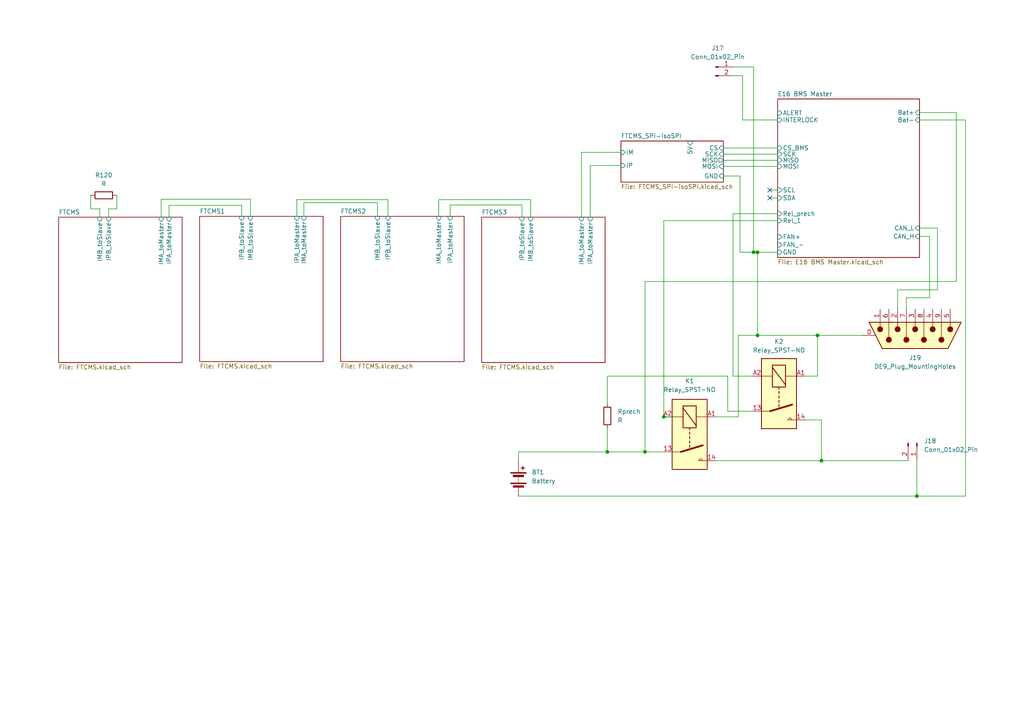
<source format=kicad_sch>
(kicad_sch (version 20230121) (generator eeschema)
  (paper "A4")
  (lib_symbols
    (symbol "Connector:Conn_01x02_Pin" (pin_names (offset 1.016) hide)
      (property "Reference" "J" (at 0 2.54 0))
      (property "Value" "Conn_01x02_Pin" (at 0 -5.08 0))
      (symbol "Conn_01x02_Pin_1_1"
        (polyline (pts (xy 1.27 -2.54) (xy 0.8636 -2.54)) (stroke (width 0.1524)))
        (polyline (pts (xy 1.27 0) (xy 0.8636 0)) (stroke (width 0.1524)))
        (rectangle (start 0.8636 -2.413) (end 0 -2.667) (stroke (width 0.1524)) (fill (type outline)))
        (rectangle (start 0.8636 0.127) (end 0 -0.127) (stroke (width 0.1524)) (fill (type outline)))
        (pin passive line (at 5.08 0 180) (length 3.81) (name "Pin_1") (number "1"))
        (pin passive line (at 5.08 -2.54 180) (length 3.81) (name "Pin_2") (number "2"))
      )
    )
    (symbol "Connector:DE9_Plug_MountingHoles" (pin_names (offset 1.016) hide)
      (property "Reference" "J" (at 0 16.51 0))
      (property "Value" "DE9_Plug_MountingHoles" (at 0 14.605 0))
      (symbol "DE9_Plug_MountingHoles_0_1"
        (circle (center -1.778 -10.16) (radius 0.762) (fill (type outline)))
        (circle (center -1.778 -5.08) (radius 0.762) (fill (type outline)))
        (circle (center -1.778 0) (radius 0.762) (fill (type outline)))
        (circle (center -1.778 5.08) (radius 0.762) (fill (type outline)))
        (circle (center -1.778 10.16) (radius 0.762) (fill (type outline)))
        (polyline (pts (xy -3.81 -10.16) (xy -2.54 -10.16)))
        (polyline (pts (xy -3.81 -7.62) (xy 0.508 -7.62)))
        (polyline (pts (xy -3.81 -5.08) (xy -2.54 -5.08)))
        (polyline (pts (xy -3.81 -2.54) (xy 0.508 -2.54)))
        (polyline (pts (xy -3.81 0) (xy -2.54 0)))
        (polyline (pts (xy -3.81 2.54) (xy 0.508 2.54)))
        (polyline (pts (xy -3.81 5.08) (xy -2.54 5.08)))
        (polyline (pts (xy -3.81 7.62) (xy 0.508 7.62)))
        (polyline (pts (xy -3.81 10.16) (xy -2.54 10.16)))
        (polyline (pts (xy -3.81 -13.335) (xy -3.81 13.335) (xy 3.81 9.525) (xy 3.81 -9.525) (xy -3.81 -13.335)) (stroke (width 0.254)) (fill (type background)))
        (circle (center 1.27 -7.62) (radius 0.762) (fill (type outline)))
        (circle (center 1.27 -2.54) (radius 0.762) (fill (type outline)))
        (circle (center 1.27 2.54) (radius 0.762) (fill (type outline)))
        (circle (center 1.27 7.62) (radius 0.762) (fill (type outline)))
      )
      (symbol "DE9_Plug_MountingHoles_1_1"
        (pin passive line (at 0 -15.24 90) (length 3.81) (name "PAD") (number "0"))
        (pin passive line (at -7.62 -10.16 0) (length 3.81) (name "1") (number "1"))
        (pin passive line (at -7.62 -5.08 0) (length 3.81) (name "2") (number "2"))
        (pin passive line (at -7.62 0 0) (length 3.81) (name "3") (number "3"))
        (pin passive line (at -7.62 5.08 0) (length 3.81) (name "4") (number "4"))
        (pin passive line (at -7.62 10.16 0) (length 3.81) (name "5") (number "5"))
        (pin passive line (at -7.62 -7.62 0) (length 3.81) (name "6") (number "6"))
        (pin passive line (at -7.62 -2.54 0) (length 3.81) (name "7") (number "7"))
        (pin passive line (at -7.62 2.54 0) (length 3.81) (name "8") (number "8"))
        (pin passive line (at -7.62 7.62 0) (length 3.81) (name "9") (number "9"))
      )
    )
    (symbol "Device:Battery" (pin_numbers hide) (pin_names (offset 0) hide)
      (property "Reference" "BT" (at 2.54 2.54 0))
      (property "Value" "Battery" (at 2.54 0 0))
      (symbol "Battery_0_1"
        (rectangle (start -2.286 -1.27) (end 2.286 -1.524) (fill (type outline)))
        (rectangle (start -2.286 1.778) (end 2.286 1.524) (fill (type outline)))
        (rectangle (start -1.524 -2.032) (end 1.524 -2.54) (fill (type outline)))
        (rectangle (start -1.524 1.016) (end 1.524 0.508) (fill (type outline)))
        (polyline (pts (xy 0 -1.016) (xy 0 -0.762)))
        (polyline (pts (xy 0 -0.508) (xy 0 -0.254)))
        (polyline (pts (xy 0 0) (xy 0 0.254)))
        (polyline (pts (xy 0 1.778) (xy 0 2.54)))
        (polyline (pts (xy 0.762 3.048) (xy 1.778 3.048)) (stroke (width 0.254)))
        (polyline (pts (xy 1.27 3.556) (xy 1.27 2.54)) (stroke (width 0.254)))
      )
      (symbol "Battery_1_1"
        (pin passive line (at 0 5.08 270) (length 2.54) (name "+") (number "1"))
        (pin passive line (at 0 -5.08 90) (length 2.54) (name "-") (number "2"))
      )
    )
    (symbol "Device:R" (pin_numbers hide) (pin_names (offset 0))
      (property "Reference" "R" (at 2.032 0 90))
      (property "Value" "R" (at 0 0 90))
      (symbol "R_0_1"
        (rectangle (start -1.016 -2.54) (end 1.016 2.54) (stroke (width 0.254)))
      )
      (symbol "R_1_1"
        (pin passive line (at 0 3.81 270) (length 1.27) (name "~") (number "1"))
        (pin passive line (at 0 -3.81 90) (length 1.27) (name "~") (number "2"))
      )
    )
    (symbol "Relay:Relay_SPST-NO"
      (property "Reference" "K" (at 11.43 3.81 0))
      (property "Value" "Relay_SPST-NO" (at 11.43 1.27 0))
      (symbol "Relay_SPST-NO_0_0"
        (polyline (pts (xy 7.62 5.08) (xy 7.62 2.54) (xy 6.985 3.175) (xy 7.62 3.81)))
      )
      (symbol "Relay_SPST-NO_0_1"
        (rectangle (start -10.16 5.08) (end 10.16 -5.08) (stroke (width 0.254)) (fill (type background)))
        (rectangle (start -8.255 1.905) (end -1.905 -1.905) (stroke (width 0.254)))
        (polyline (pts (xy -7.62 -1.905) (xy -2.54 1.905)) (stroke (width 0.254)))
        (polyline (pts (xy -5.08 -5.08) (xy -5.08 -1.905)))
        (polyline (pts (xy -5.08 5.08) (xy -5.08 1.905)))
        (polyline (pts (xy -1.905 0) (xy -1.27 0)) (stroke (width 0.254)))
        (polyline (pts (xy -0.635 0) (xy 0 0)) (stroke (width 0.254)))
        (polyline (pts (xy 0.635 0) (xy 1.27 0)) (stroke (width 0.254)))
        (polyline (pts (xy 1.905 0) (xy 2.54 0)) (stroke (width 0.254)))
        (polyline (pts (xy 3.175 0) (xy 3.81 0)) (stroke (width 0.254)))
        (polyline (pts (xy 5.08 -2.54) (xy 3.175 3.81)) (stroke (width 0.508)))
        (polyline (pts (xy 5.08 -2.54) (xy 5.08 -5.08)))
      )
      (symbol "Relay_SPST-NO_1_1"
        (pin passive line (at 5.08 -7.62 90) (length 2.54) (name "~") (number "13"))
        (pin passive line (at 7.62 7.62 270) (length 2.54) (name "~") (number "14"))
        (pin passive line (at -5.08 7.62 270) (length 2.54) (name "~") (number "A1"))
        (pin passive line (at -5.08 -7.62 90) (length 2.54) (name "~") (number "A2"))
      )
    )
  )
  (junction (at 238.252 133.604))
  (junction (at 176.149 131.064))
  (junction (at 187.071 131.064))
  (junction (at 219.71 73.152))
  (junction (at 265.938 143.891))
  (junction (at 219.71 97.282))
  (junction (at 237.109 97.282))
  (junction (at 192.532 120.904))
  (junction (at 218.567 73.152))
  (no_connect (at 223.266 57.404))
  (no_connect (at 223.266 55.118))
  (wire (pts (xy 211.074 119.253) (xy 211.074 109.093)))
  (wire (pts (xy 150.368 143.891) (xy 265.938 143.891)))
  (wire (pts (xy 214.63 73.152) (xy 218.567 73.152)))
  (wire (pts (xy 28.956 60.579) (xy 26.289 60.579)))
  (wire (pts (xy 209.804 48.26) (xy 225.552 48.26)))
  (wire (pts (xy 187.071 81.661) (xy 187.071 131.064)))
  (wire (pts (xy 150.368 133.731) (xy 150.368 131.064)))
  (wire (pts (xy 271.907 66.167) (xy 266.7 66.167)))
  (wire (pts (xy 46.736 62.992) (xy 46.736 57.785)))
  (wire (pts (xy 207.645 133.604) (xy 238.252 133.604)))
  (wire (pts (xy 214.122 97.282) (xy 219.71 97.282)))
  (wire (pts (xy 214.122 120.904) (xy 214.122 97.282)))
  (wire (pts (xy 209.804 51.054) (xy 214.63 51.054)))
  (wire (pts (xy 33.909 56.642) (xy 33.909 60.579)))
  (wire (pts (xy 265.938 133.604) (xy 265.938 143.891)))
  (wire (pts (xy 70.104 62.738) (xy 70.104 59.563)))
  (wire (pts (xy 109.474 62.738) (xy 109.474 58.801)))
  (wire (pts (xy 211.074 109.093) (xy 176.149 109.093)))
  (wire (pts (xy 269.621 68.58) (xy 269.621 86.36)))
  (wire (pts (xy 70.104 59.563) (xy 49.022 59.563)))
  (wire (pts (xy 31.496 60.579) (xy 33.909 60.579)))
  (wire (pts (xy 207.645 120.904) (xy 214.122 120.904)))
  (wire (pts (xy 250.19 97.282) (xy 237.109 97.282)))
  (wire (pts (xy 88.138 58.801) (xy 88.138 62.738)))
  (wire (pts (xy 223.266 57.404) (xy 225.552 57.404)))
  (wire (pts (xy 238.252 133.604) (xy 263.398 133.604)))
  (wire (pts (xy 277.368 32.639) (xy 277.368 81.661)))
  (wire (pts (xy 109.474 58.801) (xy 88.138 58.801)))
  (wire (pts (xy 223.266 55.118) (xy 225.552 55.118)))
  (wire (pts (xy 112.522 62.738) (xy 112.522 57.912)))
  (wire (pts (xy 209.804 42.926) (xy 225.552 42.926)))
  (wire (pts (xy 31.496 62.992) (xy 31.496 60.579)))
  (wire (pts (xy 209.804 46.482) (xy 225.552 46.482)))
  (wire (pts (xy 72.644 57.785) (xy 72.644 62.738)))
  (wire (pts (xy 176.149 131.064) (xy 187.071 131.064)))
  (wire (pts (xy 262.89 86.36) (xy 262.89 89.662)))
  (wire (pts (xy 127.254 62.738) (xy 127.254 57.912)))
  (wire (pts (xy 225.552 34.798) (xy 215.392 34.798)))
  (wire (pts (xy 150.368 131.064) (xy 176.149 131.064)))
  (wire (pts (xy 277.368 81.661) (xy 187.071 81.661)))
  (wire (pts (xy 192.532 120.904) (xy 192.532 64.008)))
  (wire (pts (xy 130.556 59.436) (xy 130.556 62.738)))
  (wire (pts (xy 214.63 51.054) (xy 214.63 73.152)))
  (wire (pts (xy 168.656 62.992) (xy 168.656 44.196)))
  (wire (pts (xy 176.149 124.46) (xy 176.149 131.064)))
  (wire (pts (xy 153.924 57.912) (xy 153.924 62.992)))
  (wire (pts (xy 269.621 86.36) (xy 262.89 86.36)))
  (wire (pts (xy 26.289 60.579) (xy 26.289 56.642)))
  (wire (pts (xy 225.552 61.976) (xy 212.598 61.976)))
  (wire (pts (xy 151.384 62.992) (xy 151.384 59.436)))
  (wire (pts (xy 127.254 57.912) (xy 153.924 57.912)))
  (wire (pts (xy 46.736 57.785) (xy 72.644 57.785)))
  (wire (pts (xy 233.553 109.093) (xy 237.109 109.093)))
  (wire (pts (xy 212.598 61.976) (xy 212.598 109.093)))
  (wire (pts (xy 266.7 32.639) (xy 277.368 32.639)))
  (wire (pts (xy 218.567 19.431) (xy 218.567 73.152)))
  (wire (pts (xy 215.392 21.971) (xy 212.598 21.971)))
  (wire (pts (xy 260.35 89.662) (xy 260.35 84.074)))
  (wire (pts (xy 238.252 121.793) (xy 238.252 133.604)))
  (wire (pts (xy 237.109 109.093) (xy 237.109 97.282)))
  (wire (pts (xy 49.022 59.563) (xy 49.022 62.992)))
  (wire (pts (xy 112.522 57.912) (xy 86.106 57.912)))
  (wire (pts (xy 192.532 120.904) (xy 196.342 120.904)))
  (wire (pts (xy 212.598 109.093) (xy 218.313 109.093)))
  (wire (pts (xy 215.392 34.798) (xy 215.392 21.971)))
  (wire (pts (xy 192.532 64.008) (xy 225.552 64.008)))
  (wire (pts (xy 218.313 119.253) (xy 211.074 119.253)))
  (wire (pts (xy 176.149 116.84) (xy 176.149 109.093)))
  (wire (pts (xy 151.384 59.436) (xy 130.556 59.436)))
  (wire (pts (xy 212.598 19.431) (xy 218.567 19.431)))
  (wire (pts (xy 192.405 120.904) (xy 192.532 120.904)))
  (wire (pts (xy 266.7 34.798) (xy 280.035 34.798)))
  (wire (pts (xy 265.938 143.891) (xy 280.035 143.891)))
  (wire (pts (xy 219.71 73.152) (xy 225.552 73.152)))
  (wire (pts (xy 271.907 84.074) (xy 271.907 66.167)))
  (wire (pts (xy 86.106 57.912) (xy 86.106 62.738)))
  (wire (pts (xy 266.7 68.58) (xy 269.621 68.58)))
  (wire (pts (xy 171.196 48.006) (xy 171.196 62.992)))
  (wire (pts (xy 260.35 84.074) (xy 271.907 84.074)))
  (wire (pts (xy 28.956 62.992) (xy 28.956 60.579)))
  (wire (pts (xy 233.553 121.793) (xy 238.252 121.793)))
  (wire (pts (xy 218.567 73.152) (xy 219.71 73.152)))
  (wire (pts (xy 209.804 44.704) (xy 225.552 44.704)))
  (wire (pts (xy 187.071 131.064) (xy 192.405 131.064)))
  (wire (pts (xy 168.656 44.196) (xy 180.086 44.196)))
  (wire (pts (xy 237.109 97.282) (xy 219.71 97.282)))
  (wire (pts (xy 180.086 48.006) (xy 171.196 48.006)))
  (wire (pts (xy 280.035 34.798) (xy 280.035 143.891)))
  (wire (pts (xy 219.71 97.282) (xy 219.71 73.152)))
  (symbol (lib_id "Connector:Conn_01x02_Pin") (at 265.938 128.524 270) (unit 1)
    (property "Reference" "J18" (at 267.97 127.889 90) (effects (justify left)))
    (property "Value" "Conn_01x02_Pin" (at 267.97 130.429 90) (effects (justify left)))
  )
  (symbol (lib_id "Device:R") (at 30.099 56.642 90) (unit 1)
    (property "Reference" "R120" (at 30.099 50.8 90))
    (property "Value" "R" (at 30.099 53.34 90))
  )
  (symbol (lib_id "Connector:DE9_Plug_MountingHoles") (at 265.43 97.282 270) (unit 1)
    (property "Reference" "J19" (at 265.43 103.759 90))
    (property "Value" "DE9_Plug_MountingHoles" (at 265.43 106.299 90))
    (property "Datasheet" " ~" (effects hide))
  )
  (symbol (lib_id "Relay:Relay_SPST-NO") (at 225.933 114.173 270) (unit 1)
    (property "Reference" "K2" (at 225.933 99.06 90))
    (property "Value" "Relay_SPST-NO" (at 225.933 101.6 90))
  )
  (symbol (lib_id "Relay:Relay_SPST-NO") (at 200.025 125.984 270) (unit 1)
    (property "Reference" "K1" (at 200.025 110.49 90))
    (property "Value" "Relay_SPST-NO" (at 200.025 113.03 90))
  )
  (symbol (lib_id "Device:R") (at 176.149 120.65 180) (unit 1)
    (property "Reference" "Rprech" (at 179.07 119.38 0) (effects (justify right)))
    (property "Value" "R" (at 179.07 121.92 0) (effects (justify right)))
  )
  (symbol (lib_id "Connector:Conn_01x02_Pin") (at 207.518 19.431 0) (unit 1)
    (property "Reference" "J17" (at 208.153 13.97 0))
    (property "Value" "Conn_01x02_Pin" (at 208.153 16.51 0))
  )
  (symbol (lib_id "Device:Battery") (at 150.368 138.811 0) (unit 1)
    (property "Reference" "BT1" (at 154.178 136.9695 0) (effects (justify left)))
    (property "Value" "Battery" (at 154.178 139.5095 0) (effects (justify left)))
  )
  (sheet (at 17.018 62.992) (size 35.814 42.164) (stroke (width 0.1524))
    (property "Sheetname" "FTCMS" (at 17.018 62.2804 0) (effects (justify left bottom)))
    (property "Sheetfile" "FTCMS.kicad_sch" (at 17.018 105.7406 0) (effects (justify left top)))
    (pin "IMB_toSlave" input (at 28.956 62.992 90))
    (pin "IPB_toSlave" input (at 31.496 62.992 90))
    (pin "IMA_toMaster" input (at 46.736 62.992 90))
    (pin "IPA_toMaster" input (at 49.022 62.992 90))
  )
  (sheet (at 57.912 62.738) (size 35.814 42.164) (stroke (width 0.1524))
    (property "Sheetname" "FTCMS1" (at 57.912 62.0264 0) (effects (justify left bottom)))
    (property "Sheetfile" "FTCMS.kicad_sch" (at 57.912 105.4866 0) (effects (justify left top)))
    (pin "IMB_toSlave" input (at 72.644 62.738 90))
    (pin "IPB_toSlave" input (at 70.104 62.738 90))
    (pin "IMA_toMaster" input (at 88.138 62.738 90))
    (pin "IPA_toMaster" input (at 86.106 62.738 90))
  )
  (sheet (at 225.552 28.702) (size 41.148 45.974) (stroke (width 0.1524))
    (property "Sheetname" "E16 BMS Master" (at 225.552 27.9904 0) (effects (justify left bottom)))
    (property "Sheetfile" "E16 BMS Master.kicad_sch" (at 225.552 75.2606 0) (effects (justify left top)))
    (pin "SCK" input (at 225.552 44.704 180))
    (pin "MISO" input (at 225.552 46.482 180))
    (pin "MOSI" input (at 225.552 48.26 180))
    (pin "CS_BMS" input (at 225.552 42.926 180))
    (pin "FAN_-" input (at 225.552 70.993 180))
    (pin "FAN+" input (at 225.552 68.707 180))
    (pin "CAN_H" input (at 266.7 68.58 0))
    (pin "CAN_L" input (at 266.7 66.167 0))
    (pin "ALERT" input (at 225.552 32.766 180))
    (pin "SCL" input (at 225.552 55.118 180))
    (pin "SDA" input (at 225.552 57.404 180))
    (pin "Rel_prech" input (at 225.552 61.976 180))
    (pin "Rel_1" input (at 225.552 64.008 180))
    (pin "GND" input (at 225.552 73.152 180))
    (pin "INTERLOCK" input (at 225.552 34.798 180))
    (pin "Bat+" input (at 266.7 32.639 0))
    (pin "Bat-" input (at 266.7 34.798 0))
  )
  (sheet (at 180.086 40.894) (size 29.718 11.938) (stroke (width 0.1524))
    (property "Sheetname" "FTCMS_SPI-isoSPI" (at 180.086 40.1824 0) (effects (justify left bottom)))
    (property "Sheetfile" "FTCMS_SPI-isoSPI.kicad_sch" (at 180.086 53.4166 0) (effects (justify left top)))
    (pin "CS" input (at 209.804 42.926 0))
    (pin "SCK" input (at 209.804 44.704 0))
    (pin "MISO" output (at 209.804 46.482 0))
    (pin "MOSI" input (at 209.804 48.26 0))
    (pin "5V" input (at 200.152 40.894 90))
    (pin "GND" input (at 209.804 51.054 0))
    (pin "IM" input (at 180.086 44.196 180))
    (pin "IP" input (at 180.086 48.006 180))
  )
  (sheet (at 139.7 62.992) (size 35.814 42.164) (stroke (width 0.1524))
    (property "Sheetname" "FTCMS3" (at 139.7 62.2804 0) (effects (justify left bottom)))
    (property "Sheetfile" "FTCMS.kicad_sch" (at 139.7 105.7406 0) (effects (justify left top)))
    (pin "IMB_toSlave" input (at 153.924 62.992 90))
    (pin "IPB_toSlave" input (at 151.384 62.992 90))
    (pin "IMA_toMaster" input (at 168.656 62.992 90))
    (pin "IPA_toMaster" input (at 171.196 62.992 90))
  )
  (sheet (at 98.806 62.738) (size 35.814 42.164) (stroke (width 0.1524))
    (property "Sheetname" "FTCMS2" (at 98.806 62.0264 0) (effects (justify left bottom)))
    (property "Sheetfile" "FTCMS.kicad_sch" (at 98.806 105.4866 0) (effects (justify left top)))
    (pin "IMB_toSlave" input (at 109.474 62.738 90))
    (pin "IPB_toSlave" input (at 112.522 62.738 90))
    (pin "IMA_toMaster" input (at 127.254 62.738 90))
    (pin "IPA_toMaster" input (at 130.556 62.738 90))
  )
)
</source>
